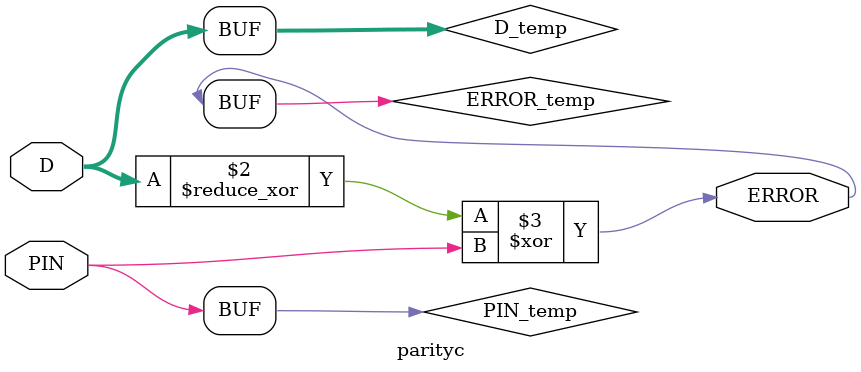
<source format=v>
module parityc(D,PIN,ERROR);
  parameter N = 8;
  parameter DPFLAG = 1;
  parameter GROUP = "dpath1";
  parameter
        d_D = 0,
        d_PIN_r = 0,
        d_PIN_f = 0,
        d_ERROR_r = 1,
        d_ERROR_f = 1;
  input [(N - 1):0] D;
  input  PIN;
  output  ERROR;
  wire [(N - 1):0] D_temp;
  wire  PIN_temp;
  reg  ERROR_temp;
  assign #(d_D) D_temp = D;
  assign #(d_PIN_r,d_PIN_f) PIN_temp = PIN;
  assign #(d_ERROR_r,d_ERROR_f) ERROR = ERROR_temp;
  always
    @(D_temp or PIN_temp)
      begin
      ERROR_temp = (( ^ D_temp) ^ PIN_temp);
      end
endmodule

</source>
